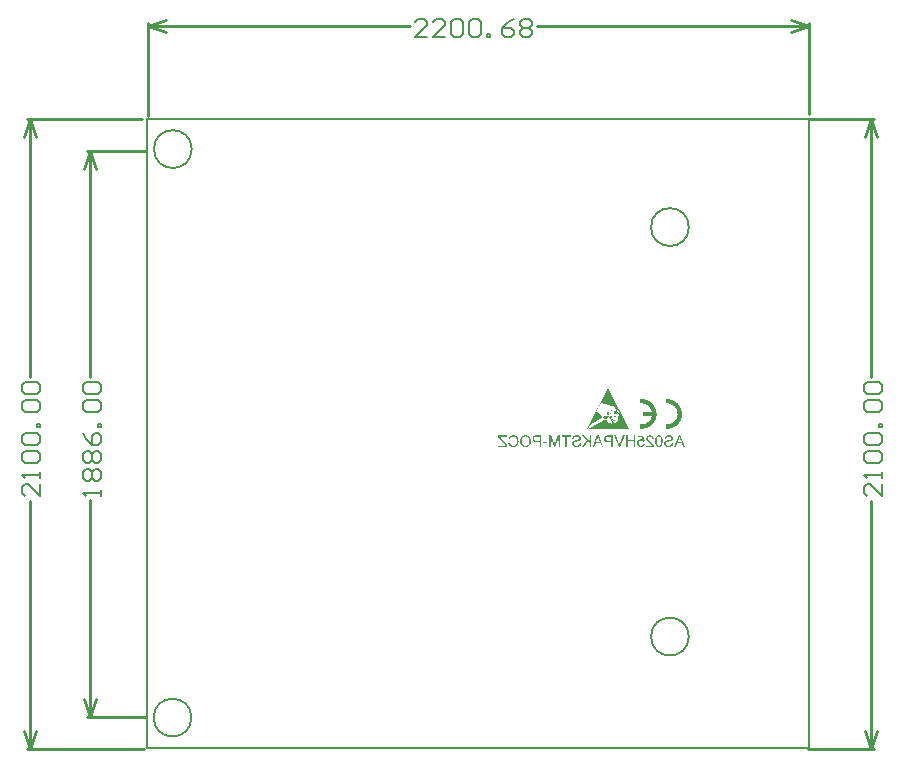
<source format=gbo>
G04*
G04 #@! TF.GenerationSoftware,Altium Limited,DefaultClient, ()*
G04*
G04 Layer_Color=32896*
%FSLAX44Y44*%
%MOMM*%
G71*
G04*
G04 #@! TF.SameCoordinates,C0C1BE24-F48D-404B-966D-32A33A0CC593*
G04*
G04*
G04 #@! TF.FilePolarity,Positive*
G04*
G01*
G75*
%ADD15C,0.2540*%
%ADD18C,0.1524*%
%ADD19C,0.1270*%
G36*
X385064Y-236685D02*
X349897D01*
X367391Y-202099D01*
X385064Y-236685D01*
D02*
G37*
G36*
X403245Y-242013D02*
X403483Y-242027D01*
X403929Y-242117D01*
X404122Y-242161D01*
X404315Y-242220D01*
X404478Y-242295D01*
X404627Y-242354D01*
X404761Y-242428D01*
X404880Y-242488D01*
X404984Y-242562D01*
X405073Y-242607D01*
X405132Y-242651D01*
X405177Y-242696D01*
X405207Y-242711D01*
X405221Y-242726D01*
X405370Y-242874D01*
X405489Y-243023D01*
X405712Y-243365D01*
X405875Y-243706D01*
X405994Y-244048D01*
X406083Y-244345D01*
X406098Y-244479D01*
X406128Y-244598D01*
X406143Y-244687D01*
X406158Y-244761D01*
Y-244806D01*
Y-244821D01*
X404924Y-244955D01*
X404894Y-244628D01*
X404835Y-244345D01*
X404761Y-244108D01*
X404657Y-243900D01*
X404568Y-243736D01*
X404478Y-243617D01*
X404419Y-243558D01*
X404404Y-243528D01*
X404196Y-243350D01*
X403973Y-243216D01*
X403736Y-243127D01*
X403513Y-243053D01*
X403320Y-243023D01*
X403171Y-243008D01*
X403111Y-242993D01*
X403022D01*
X402725Y-243008D01*
X402458Y-243067D01*
X402235Y-243142D01*
X402042Y-243231D01*
X401893Y-243335D01*
X401774Y-243409D01*
X401715Y-243469D01*
X401685Y-243484D01*
X401507Y-243677D01*
X401388Y-243885D01*
X401299Y-244078D01*
X401224Y-244271D01*
X401195Y-244435D01*
X401180Y-244568D01*
X401165Y-244657D01*
Y-244672D01*
Y-244687D01*
X401195Y-244940D01*
X401254Y-245207D01*
X401343Y-245445D01*
X401447Y-245668D01*
X401551Y-245861D01*
X401640Y-246010D01*
X401670Y-246069D01*
X401700Y-246114D01*
X401730Y-246128D01*
Y-246143D01*
X401848Y-246292D01*
X401982Y-246455D01*
X402131Y-246619D01*
X402309Y-246782D01*
X402666Y-247124D01*
X403022Y-247466D01*
X403349Y-247748D01*
X403498Y-247882D01*
X403632Y-247986D01*
X403736Y-248090D01*
X403810Y-248149D01*
X403869Y-248194D01*
X403884Y-248209D01*
X404241Y-248521D01*
X404568Y-248803D01*
X404835Y-249056D01*
X405058Y-249264D01*
X405236Y-249442D01*
X405355Y-249576D01*
X405429Y-249665D01*
X405459Y-249680D01*
Y-249695D01*
X405652Y-249932D01*
X405801Y-250155D01*
X405950Y-250378D01*
X406054Y-250571D01*
X406143Y-250750D01*
X406202Y-250868D01*
X406232Y-250958D01*
X406247Y-250972D01*
Y-250987D01*
X406291Y-251136D01*
X406336Y-251285D01*
X406351Y-251418D01*
X406366Y-251537D01*
X406380Y-251641D01*
Y-251730D01*
Y-251790D01*
Y-251805D01*
X399917D01*
Y-250660D01*
X404716D01*
X404553Y-250423D01*
X404389Y-250229D01*
X404315Y-250140D01*
X404256Y-250081D01*
X404226Y-250036D01*
X404211Y-250021D01*
X404137Y-249947D01*
X404062Y-249873D01*
X403869Y-249695D01*
X403632Y-249487D01*
X403409Y-249279D01*
X403186Y-249085D01*
X403007Y-248937D01*
X402933Y-248877D01*
X402874Y-248833D01*
X402844Y-248803D01*
X402829Y-248788D01*
X402591Y-248580D01*
X402383Y-248402D01*
X402175Y-248223D01*
X401997Y-248060D01*
X401834Y-247897D01*
X401685Y-247763D01*
X401536Y-247629D01*
X401418Y-247510D01*
X401314Y-247406D01*
X401224Y-247317D01*
X401091Y-247183D01*
X401016Y-247094D01*
X400987Y-247064D01*
X400793Y-246827D01*
X400615Y-246619D01*
X400481Y-246411D01*
X400377Y-246232D01*
X400288Y-246084D01*
X400229Y-245980D01*
X400199Y-245905D01*
X400184Y-245876D01*
X400095Y-245668D01*
X400036Y-245460D01*
X399991Y-245267D01*
X399961Y-245088D01*
X399947Y-244940D01*
X399932Y-244821D01*
Y-244746D01*
Y-244717D01*
X399947Y-244509D01*
X399961Y-244301D01*
X400065Y-243929D01*
X400199Y-243602D01*
X400348Y-243320D01*
X400496Y-243097D01*
X400571Y-243008D01*
X400630Y-242919D01*
X400689Y-242859D01*
X400734Y-242815D01*
X400749Y-242800D01*
X400764Y-242785D01*
X400927Y-242651D01*
X401091Y-242518D01*
X401269Y-242414D01*
X401462Y-242325D01*
X401834Y-242191D01*
X402190Y-242102D01*
X402354Y-242057D01*
X402502Y-242042D01*
X402636Y-242027D01*
X402755Y-242013D01*
X402859Y-241998D01*
X402993D01*
X403245Y-242013D01*
D02*
G37*
G36*
X398431Y-247198D02*
X397302Y-247362D01*
X397198Y-247213D01*
X397079Y-247079D01*
X396960Y-246961D01*
X396856Y-246856D01*
X396752Y-246782D01*
X396663Y-246723D01*
X396603Y-246693D01*
X396588Y-246678D01*
X396410Y-246589D01*
X396232Y-246515D01*
X396053Y-246470D01*
X395890Y-246426D01*
X395741Y-246411D01*
X395637Y-246396D01*
X395533D01*
X395206Y-246426D01*
X394909Y-246485D01*
X394642Y-246589D01*
X394434Y-246693D01*
X394255Y-246797D01*
X394137Y-246901D01*
X394062Y-246961D01*
X394033Y-246990D01*
X393839Y-247228D01*
X393691Y-247495D01*
X393587Y-247763D01*
X393527Y-248015D01*
X393483Y-248253D01*
X393468Y-248357D01*
Y-248446D01*
X393453Y-248506D01*
Y-248565D01*
Y-248595D01*
Y-248610D01*
X393483Y-248996D01*
X393542Y-249338D01*
X393646Y-249635D01*
X393750Y-249888D01*
X393854Y-250081D01*
X393958Y-250229D01*
X394018Y-250319D01*
X394048Y-250333D01*
Y-250348D01*
X394166Y-250467D01*
X394285Y-250556D01*
X394523Y-250720D01*
X394776Y-250824D01*
X394998Y-250913D01*
X395206Y-250958D01*
X395370Y-250972D01*
X395429Y-250987D01*
X395518D01*
X395771Y-250972D01*
X396009Y-250913D01*
X396217Y-250839D01*
X396395Y-250764D01*
X396544Y-250675D01*
X396648Y-250616D01*
X396707Y-250556D01*
X396737Y-250541D01*
X396915Y-250348D01*
X397049Y-250126D01*
X397168Y-249903D01*
X397242Y-249680D01*
X397302Y-249472D01*
X397346Y-249308D01*
X397361Y-249249D01*
X397376Y-249204D01*
Y-249174D01*
Y-249160D01*
X398639Y-249249D01*
X398609Y-249472D01*
X398565Y-249695D01*
X398446Y-250081D01*
X398282Y-250423D01*
X398119Y-250705D01*
X398030Y-250824D01*
X397955Y-250928D01*
X397881Y-251017D01*
X397822Y-251091D01*
X397762Y-251151D01*
X397718Y-251195D01*
X397703Y-251210D01*
X397688Y-251225D01*
X397524Y-251359D01*
X397346Y-251463D01*
X397168Y-251567D01*
X396990Y-251656D01*
X396633Y-251790D01*
X396291Y-251879D01*
X396128Y-251909D01*
X395979Y-251923D01*
X395845Y-251938D01*
X395741Y-251953D01*
X395652Y-251968D01*
X395518D01*
X395221Y-251953D01*
X394939Y-251923D01*
X394686Y-251864D01*
X394434Y-251790D01*
X394211Y-251700D01*
X393988Y-251597D01*
X393795Y-251493D01*
X393631Y-251374D01*
X393468Y-251270D01*
X393334Y-251166D01*
X393215Y-251062D01*
X393126Y-250972D01*
X393052Y-250898D01*
X392993Y-250839D01*
X392963Y-250809D01*
X392948Y-250794D01*
X392814Y-250616D01*
X392695Y-250423D01*
X392591Y-250229D01*
X392502Y-250021D01*
X392368Y-249650D01*
X392264Y-249293D01*
X392235Y-249130D01*
X392220Y-248981D01*
X392205Y-248848D01*
X392190Y-248729D01*
X392175Y-248640D01*
Y-248565D01*
Y-248521D01*
Y-248506D01*
X392190Y-248253D01*
X392220Y-248001D01*
X392264Y-247778D01*
X392309Y-247555D01*
X392383Y-247362D01*
X392458Y-247169D01*
X392532Y-247005D01*
X392621Y-246842D01*
X392710Y-246708D01*
X392785Y-246589D01*
X392859Y-246485D01*
X392933Y-246396D01*
X392978Y-246322D01*
X393022Y-246277D01*
X393052Y-246247D01*
X393067Y-246232D01*
X393230Y-246069D01*
X393409Y-245935D01*
X393587Y-245816D01*
X393780Y-245712D01*
X393958Y-245623D01*
X394137Y-245564D01*
X394478Y-245445D01*
X394627Y-245415D01*
X394776Y-245385D01*
X394894Y-245371D01*
X395013Y-245356D01*
X395103Y-245341D01*
X395221D01*
X395578Y-245371D01*
X395920Y-245445D01*
X396232Y-245534D01*
X396499Y-245653D01*
X396737Y-245772D01*
X396826Y-245816D01*
X396915Y-245861D01*
X396975Y-245905D01*
X397019Y-245935D01*
X397049Y-245950D01*
X397064Y-245965D01*
X396529Y-243335D01*
X392636D01*
Y-242191D01*
X397480D01*
X398431Y-247198D01*
D02*
G37*
G36*
X390526Y-251805D02*
X389233D01*
Y-247198D01*
X384181D01*
Y-251805D01*
X382888D01*
Y-242042D01*
X384181D01*
Y-246054D01*
X389233D01*
Y-242042D01*
X390526D01*
Y-251805D01*
D02*
G37*
G36*
X353512D02*
X352219D01*
Y-248417D01*
X350630Y-246886D01*
X347152Y-251805D01*
X345444D01*
X349723Y-246010D01*
X345622Y-242042D01*
X347375D01*
X352219Y-246871D01*
Y-242042D01*
X353512D01*
Y-251805D01*
D02*
G37*
G36*
X316216Y-248877D02*
X312546D01*
Y-247674D01*
X316216D01*
Y-248877D01*
D02*
G37*
G36*
X326989Y-251805D02*
X325741D01*
Y-243498D01*
X322932Y-251805D01*
X321773D01*
X318920Y-243632D01*
Y-251805D01*
X317672D01*
Y-242042D01*
X319426D01*
X321758Y-248833D01*
X321877Y-249204D01*
X321996Y-249516D01*
X322085Y-249784D01*
X322145Y-250007D01*
X322204Y-250170D01*
X322249Y-250289D01*
X322264Y-250363D01*
X322279Y-250393D01*
X322338Y-250200D01*
X322412Y-249962D01*
X322486Y-249724D01*
X322561Y-249487D01*
X322635Y-249279D01*
X322695Y-249115D01*
X322709Y-249041D01*
X322724Y-248996D01*
X322739Y-248967D01*
Y-248952D01*
X325057Y-242042D01*
X326989D01*
Y-251805D01*
D02*
G37*
G36*
X377955D02*
X376633D01*
X372814Y-242042D01*
X374122D01*
X376767Y-249130D01*
X376870Y-249427D01*
X376974Y-249724D01*
X377064Y-249992D01*
X377138Y-250229D01*
X377197Y-250438D01*
X377242Y-250601D01*
X377257Y-250660D01*
X377272Y-250705D01*
X377286Y-250720D01*
Y-250735D01*
X377450Y-250170D01*
X377539Y-249903D01*
X377628Y-249650D01*
X377703Y-249442D01*
X377747Y-249279D01*
X377777Y-249219D01*
X377792Y-249174D01*
X377807Y-249145D01*
Y-249130D01*
X380333Y-242042D01*
X381744D01*
X377955Y-251805D01*
D02*
G37*
G36*
X287627Y-241908D02*
X288073Y-241968D01*
X288474Y-242072D01*
X288653Y-242117D01*
X288816Y-242176D01*
X288965Y-242235D01*
X289113Y-242280D01*
X289232Y-242339D01*
X289321Y-242384D01*
X289410Y-242414D01*
X289470Y-242443D01*
X289499Y-242473D01*
X289514D01*
X289886Y-242711D01*
X290228Y-242993D01*
X290510Y-243276D01*
X290733Y-243558D01*
X290926Y-243810D01*
X291000Y-243914D01*
X291060Y-244004D01*
X291104Y-244093D01*
X291134Y-244152D01*
X291164Y-244182D01*
Y-244197D01*
X291357Y-244628D01*
X291506Y-245088D01*
X291595Y-245534D01*
X291669Y-245950D01*
X291699Y-246143D01*
X291714Y-246307D01*
X291728Y-246470D01*
Y-246604D01*
X291743Y-246708D01*
Y-246782D01*
Y-246842D01*
Y-246856D01*
X291728Y-247377D01*
X291669Y-247852D01*
X291580Y-248298D01*
X291535Y-248506D01*
X291491Y-248684D01*
X291446Y-248862D01*
X291402Y-249011D01*
X291357Y-249145D01*
X291312Y-249264D01*
X291283Y-249353D01*
X291253Y-249412D01*
X291238Y-249457D01*
Y-249472D01*
X291030Y-249903D01*
X290777Y-250274D01*
X290540Y-250601D01*
X290287Y-250854D01*
X290079Y-251062D01*
X289901Y-251210D01*
X289826Y-251255D01*
X289782Y-251299D01*
X289752Y-251314D01*
X289737Y-251329D01*
X289544Y-251448D01*
X289336Y-251537D01*
X288920Y-251700D01*
X288489Y-251805D01*
X288073Y-251894D01*
X287895Y-251909D01*
X287717Y-251938D01*
X287568Y-251953D01*
X287434D01*
X287315Y-251968D01*
X287167D01*
X286884Y-251953D01*
X286617Y-251938D01*
X286127Y-251834D01*
X285904Y-251775D01*
X285681Y-251700D01*
X285488Y-251626D01*
X285309Y-251552D01*
X285146Y-251478D01*
X285012Y-251403D01*
X284893Y-251329D01*
X284789Y-251270D01*
X284700Y-251210D01*
X284641Y-251166D01*
X284611Y-251151D01*
X284596Y-251136D01*
X284403Y-250972D01*
X284225Y-250794D01*
X283927Y-250408D01*
X283660Y-250007D01*
X283467Y-249605D01*
X283378Y-249427D01*
X283318Y-249264D01*
X283259Y-249100D01*
X283199Y-248981D01*
X283170Y-248862D01*
X283140Y-248788D01*
X283125Y-248729D01*
Y-248714D01*
X284418Y-248387D01*
X284537Y-248818D01*
X284685Y-249204D01*
X284863Y-249516D01*
X285027Y-249784D01*
X285190Y-249977D01*
X285324Y-250126D01*
X285413Y-250215D01*
X285428Y-250229D01*
X285443Y-250244D01*
X285740Y-250452D01*
X286037Y-250601D01*
X286349Y-250720D01*
X286632Y-250794D01*
X286884Y-250839D01*
X287003Y-250854D01*
X287092D01*
X287167Y-250868D01*
X287271D01*
X287598Y-250854D01*
X287910Y-250794D01*
X288192Y-250720D01*
X288430Y-250646D01*
X288638Y-250556D01*
X288801Y-250497D01*
X288861Y-250467D01*
X288905Y-250438D01*
X288920Y-250423D01*
X288935D01*
X289202Y-250229D01*
X289425Y-250007D01*
X289618Y-249784D01*
X289782Y-249546D01*
X289901Y-249353D01*
X289975Y-249174D01*
X290005Y-249115D01*
X290035Y-249070D01*
X290049Y-249041D01*
Y-249026D01*
X290168Y-248669D01*
X290257Y-248298D01*
X290317Y-247926D01*
X290361Y-247585D01*
X290376Y-247436D01*
X290391Y-247302D01*
Y-247169D01*
X290406Y-247064D01*
Y-246975D01*
Y-246916D01*
Y-246871D01*
Y-246856D01*
X290391Y-246500D01*
X290361Y-246158D01*
X290317Y-245846D01*
X290257Y-245564D01*
X290198Y-245326D01*
X290183Y-245222D01*
X290153Y-245148D01*
X290138Y-245073D01*
X290124Y-245029D01*
X290109Y-244999D01*
Y-244984D01*
X289975Y-244657D01*
X289812Y-244360D01*
X289633Y-244122D01*
X289470Y-243914D01*
X289306Y-243751D01*
X289173Y-243632D01*
X289083Y-243558D01*
X289069Y-243528D01*
X289054D01*
X288757Y-243350D01*
X288445Y-243216D01*
X288132Y-243112D01*
X287835Y-243053D01*
X287568Y-243008D01*
X287464Y-242993D01*
X287360D01*
X287286Y-242978D01*
X287181D01*
X286825Y-242993D01*
X286513Y-243053D01*
X286231Y-243127D01*
X286008Y-243216D01*
X285814Y-243320D01*
X285681Y-243394D01*
X285592Y-243454D01*
X285562Y-243469D01*
X285324Y-243677D01*
X285131Y-243914D01*
X284953Y-244182D01*
X284819Y-244435D01*
X284715Y-244657D01*
X284670Y-244761D01*
X284626Y-244851D01*
X284596Y-244925D01*
X284581Y-244984D01*
X284566Y-245014D01*
Y-245029D01*
X283288Y-244732D01*
X283467Y-244256D01*
X283571Y-244033D01*
X283675Y-243840D01*
X283794Y-243647D01*
X283913Y-243469D01*
X284017Y-243320D01*
X284135Y-243172D01*
X284240Y-243053D01*
X284343Y-242949D01*
X284447Y-242845D01*
X284522Y-242770D01*
X284596Y-242711D01*
X284641Y-242666D01*
X284670Y-242651D01*
X284685Y-242637D01*
X284878Y-242503D01*
X285072Y-242384D01*
X285280Y-242280D01*
X285488Y-242191D01*
X285904Y-242057D01*
X286290Y-241968D01*
X286468Y-241938D01*
X286632Y-241923D01*
X286780Y-241908D01*
X286899Y-241894D01*
X287003Y-241879D01*
X287152D01*
X287627Y-241908D01*
D02*
G37*
G36*
X432562Y-251805D02*
X431195D01*
X430140Y-248848D01*
X426039D01*
X424910Y-251805D01*
X423453D01*
X427421Y-242042D01*
X428832D01*
X432562Y-251805D01*
D02*
G37*
G36*
X371640D02*
X370347D01*
Y-247822D01*
X367851D01*
X367480Y-247808D01*
X367138Y-247793D01*
X366826Y-247748D01*
X366529Y-247689D01*
X366276Y-247629D01*
X366038Y-247555D01*
X365830Y-247481D01*
X365652Y-247391D01*
X365489Y-247317D01*
X365355Y-247243D01*
X365251Y-247169D01*
X365147Y-247109D01*
X365087Y-247050D01*
X365043Y-247005D01*
X365013Y-246990D01*
X364998Y-246975D01*
X364850Y-246812D01*
X364731Y-246634D01*
X364627Y-246455D01*
X364538Y-246277D01*
X364389Y-245935D01*
X364300Y-245593D01*
X364255Y-245445D01*
X364240Y-245311D01*
X364226Y-245177D01*
X364211Y-245073D01*
X364196Y-244984D01*
Y-244925D01*
Y-244880D01*
Y-244865D01*
X364211Y-244598D01*
X364240Y-244345D01*
X364285Y-244122D01*
X364344Y-243929D01*
X364404Y-243766D01*
X364448Y-243647D01*
X364478Y-243573D01*
X364493Y-243543D01*
X364612Y-243320D01*
X364745Y-243142D01*
X364879Y-242978D01*
X364998Y-242845D01*
X365102Y-242741D01*
X365191Y-242666D01*
X365266Y-242622D01*
X365280Y-242607D01*
X365474Y-242488D01*
X365682Y-242384D01*
X365875Y-242310D01*
X366068Y-242250D01*
X366231Y-242206D01*
X366365Y-242176D01*
X366454Y-242146D01*
X366484D01*
X366692Y-242117D01*
X366930Y-242087D01*
X367182Y-242072D01*
X367420Y-242057D01*
X367643Y-242042D01*
X371640D01*
Y-251805D01*
D02*
G37*
G36*
X363616D02*
X362249D01*
X361194Y-248848D01*
X357093D01*
X355964Y-251805D01*
X354508D01*
X358475Y-242042D01*
X359887D01*
X363616Y-251805D01*
D02*
G37*
G36*
X335993Y-243186D02*
X332784D01*
Y-251805D01*
X331491D01*
Y-243186D01*
X328282D01*
Y-242042D01*
X335993D01*
Y-243186D01*
D02*
G37*
G36*
X311060Y-251805D02*
X309767D01*
Y-247822D01*
X307271D01*
X306899Y-247808D01*
X306558Y-247793D01*
X306246Y-247748D01*
X305949Y-247689D01*
X305696Y-247629D01*
X305458Y-247555D01*
X305250Y-247481D01*
X305072Y-247391D01*
X304908Y-247317D01*
X304775Y-247243D01*
X304671Y-247169D01*
X304567Y-247109D01*
X304507Y-247050D01*
X304463Y-247005D01*
X304433Y-246990D01*
X304418Y-246975D01*
X304269Y-246812D01*
X304151Y-246634D01*
X304046Y-246455D01*
X303957Y-246277D01*
X303809Y-245935D01*
X303720Y-245593D01*
X303675Y-245445D01*
X303660Y-245311D01*
X303645Y-245177D01*
X303631Y-245073D01*
X303616Y-244984D01*
Y-244925D01*
Y-244880D01*
Y-244865D01*
X303631Y-244598D01*
X303660Y-244345D01*
X303705Y-244122D01*
X303764Y-243929D01*
X303824Y-243766D01*
X303868Y-243647D01*
X303898Y-243573D01*
X303913Y-243543D01*
X304032Y-243320D01*
X304165Y-243142D01*
X304299Y-242978D01*
X304418Y-242845D01*
X304522Y-242741D01*
X304611Y-242666D01*
X304685Y-242622D01*
X304700Y-242607D01*
X304893Y-242488D01*
X305102Y-242384D01*
X305295Y-242310D01*
X305488Y-242250D01*
X305651Y-242206D01*
X305785Y-242176D01*
X305874Y-242146D01*
X305904D01*
X306112Y-242117D01*
X306350Y-242087D01*
X306602Y-242072D01*
X306840Y-242057D01*
X307063Y-242042D01*
X311060D01*
Y-251805D01*
D02*
G37*
G36*
X281758Y-243186D02*
X276320D01*
X276498Y-243379D01*
X276691Y-243587D01*
X276854Y-243781D01*
X277018Y-243959D01*
X277152Y-244122D01*
X277256Y-244241D01*
X277315Y-244331D01*
X277345Y-244345D01*
Y-244360D01*
X282323Y-250616D01*
Y-251805D01*
X274611D01*
Y-250660D01*
X280852D01*
X280257Y-249962D01*
X274774Y-243186D01*
Y-242042D01*
X281758D01*
Y-243186D01*
D02*
G37*
G36*
X419397Y-241894D02*
X419739Y-241938D01*
X420036Y-241983D01*
X420303Y-242042D01*
X420511Y-242117D01*
X420601Y-242146D01*
X420675Y-242161D01*
X420749Y-242191D01*
X420794Y-242206D01*
X420808Y-242220D01*
X420823D01*
X421106Y-242354D01*
X421358Y-242518D01*
X421566Y-242681D01*
X421730Y-242830D01*
X421864Y-242978D01*
X421968Y-243097D01*
X422027Y-243172D01*
X422042Y-243186D01*
Y-243201D01*
X422176Y-243439D01*
X422280Y-243692D01*
X422354Y-243914D01*
X422398Y-244137D01*
X422428Y-244316D01*
X422458Y-244449D01*
Y-244509D01*
Y-244553D01*
Y-244568D01*
Y-244583D01*
X422443Y-244821D01*
X422398Y-245059D01*
X422354Y-245267D01*
X422280Y-245445D01*
X422220Y-245593D01*
X422176Y-245697D01*
X422131Y-245772D01*
X422116Y-245802D01*
X421968Y-245995D01*
X421804Y-246173D01*
X421641Y-246322D01*
X421462Y-246455D01*
X421314Y-246559D01*
X421195Y-246634D01*
X421106Y-246693D01*
X421091Y-246708D01*
X421076D01*
X420972Y-246767D01*
X420838Y-246812D01*
X420556Y-246916D01*
X420244Y-247020D01*
X419932Y-247124D01*
X419650Y-247198D01*
X419531Y-247228D01*
X419427Y-247258D01*
X419338Y-247287D01*
X419263Y-247302D01*
X419219Y-247317D01*
X419204D01*
X418966Y-247377D01*
X418743Y-247436D01*
X418535Y-247481D01*
X418357Y-247525D01*
X418208Y-247570D01*
X418060Y-247614D01*
X417941Y-247644D01*
X417822Y-247674D01*
X417733Y-247703D01*
X417658Y-247733D01*
X417540Y-247763D01*
X417480Y-247778D01*
X417465Y-247793D01*
X417257Y-247882D01*
X417064Y-247986D01*
X416916Y-248075D01*
X416797Y-248164D01*
X416707Y-248253D01*
X416633Y-248313D01*
X416603Y-248357D01*
X416589Y-248372D01*
X416499Y-248506D01*
X416440Y-248640D01*
X416381Y-248773D01*
X416351Y-248907D01*
X416336Y-249011D01*
X416321Y-249100D01*
Y-249160D01*
Y-249174D01*
X416336Y-249338D01*
X416366Y-249487D01*
X416410Y-249635D01*
X416455Y-249754D01*
X416514Y-249858D01*
X416559Y-249932D01*
X416589Y-249992D01*
X416603Y-250007D01*
X416722Y-250140D01*
X416856Y-250259D01*
X416990Y-250363D01*
X417138Y-250452D01*
X417257Y-250527D01*
X417361Y-250571D01*
X417421Y-250601D01*
X417450Y-250616D01*
X417673Y-250690D01*
X417896Y-250735D01*
X418104Y-250779D01*
X418312Y-250794D01*
X418476Y-250809D01*
X418624Y-250824D01*
X418743D01*
X419040Y-250809D01*
X419323Y-250779D01*
X419590Y-250735D01*
X419798Y-250675D01*
X419991Y-250631D01*
X420125Y-250586D01*
X420214Y-250556D01*
X420229Y-250541D01*
X420244D01*
X420467Y-250423D01*
X420675Y-250304D01*
X420838Y-250170D01*
X420972Y-250051D01*
X421091Y-249947D01*
X421165Y-249858D01*
X421210Y-249799D01*
X421225Y-249784D01*
X421329Y-249591D01*
X421418Y-249397D01*
X421477Y-249189D01*
X421537Y-248996D01*
X421566Y-248818D01*
X421596Y-248684D01*
X421611Y-248595D01*
Y-248580D01*
Y-248565D01*
X422829Y-248669D01*
X422800Y-249026D01*
X422740Y-249353D01*
X422651Y-249665D01*
X422562Y-249918D01*
X422473Y-250140D01*
X422428Y-250229D01*
X422384Y-250304D01*
X422354Y-250363D01*
X422324Y-250408D01*
X422309Y-250423D01*
Y-250438D01*
X422101Y-250705D01*
X421864Y-250943D01*
X421641Y-251136D01*
X421403Y-251299D01*
X421210Y-251433D01*
X421046Y-251522D01*
X420987Y-251552D01*
X420942Y-251582D01*
X420913Y-251597D01*
X420898D01*
X420541Y-251715D01*
X420170Y-251805D01*
X419798Y-251879D01*
X419456Y-251923D01*
X419293Y-251938D01*
X419144Y-251953D01*
X419011D01*
X418907Y-251968D01*
X418684D01*
X418297Y-251953D01*
X417956Y-251909D01*
X417629Y-251849D01*
X417361Y-251775D01*
X417123Y-251715D01*
X417034Y-251686D01*
X416960Y-251656D01*
X416901Y-251626D01*
X416856Y-251611D01*
X416826Y-251597D01*
X416811D01*
X416514Y-251433D01*
X416247Y-251270D01*
X416024Y-251091D01*
X415846Y-250913D01*
X415697Y-250764D01*
X415608Y-250646D01*
X415534Y-250556D01*
X415519Y-250527D01*
X415370Y-250274D01*
X415266Y-250007D01*
X415177Y-249754D01*
X415132Y-249531D01*
X415103Y-249338D01*
X415073Y-249189D01*
Y-249130D01*
Y-249085D01*
Y-249070D01*
Y-249056D01*
X415088Y-248773D01*
X415132Y-248506D01*
X415207Y-248268D01*
X415281Y-248075D01*
X415355Y-247897D01*
X415430Y-247778D01*
X415474Y-247703D01*
X415489Y-247674D01*
X415653Y-247466D01*
X415846Y-247273D01*
X416054Y-247094D01*
X416262Y-246946D01*
X416455Y-246842D01*
X416603Y-246752D01*
X416663Y-246723D01*
X416693Y-246693D01*
X416722Y-246678D01*
X416737D01*
X416856Y-246634D01*
X417005Y-246574D01*
X417153Y-246515D01*
X417332Y-246470D01*
X417688Y-246366D01*
X418045Y-246262D01*
X418372Y-246188D01*
X418520Y-246143D01*
X418654Y-246114D01*
X418758Y-246084D01*
X418832Y-246069D01*
X418892Y-246054D01*
X418907D01*
X419189Y-245980D01*
X419441Y-245920D01*
X419664Y-245861D01*
X419872Y-245787D01*
X420051Y-245727D01*
X420199Y-245683D01*
X420333Y-245623D01*
X420452Y-245564D01*
X420556Y-245519D01*
X420645Y-245490D01*
X420704Y-245445D01*
X420749Y-245415D01*
X420823Y-245371D01*
X420838Y-245356D01*
X420957Y-245222D01*
X421046Y-245088D01*
X421121Y-244940D01*
X421165Y-244806D01*
X421195Y-244687D01*
X421210Y-244583D01*
Y-244524D01*
Y-244494D01*
X421180Y-244271D01*
X421121Y-244078D01*
X421046Y-243900D01*
X420942Y-243751D01*
X420853Y-243617D01*
X420764Y-243528D01*
X420704Y-243469D01*
X420690Y-243454D01*
X420586Y-243379D01*
X420467Y-243305D01*
X420199Y-243201D01*
X419917Y-243127D01*
X419635Y-243082D01*
X419382Y-243038D01*
X419263D01*
X419174Y-243023D01*
X418981D01*
X418580Y-243038D01*
X418238Y-243097D01*
X417941Y-243172D01*
X417703Y-243261D01*
X417525Y-243350D01*
X417391Y-243424D01*
X417317Y-243484D01*
X417287Y-243498D01*
X417094Y-243692D01*
X416930Y-243914D01*
X416811Y-244137D01*
X416722Y-244360D01*
X416663Y-244568D01*
X416633Y-244732D01*
X416618Y-244791D01*
X416603Y-244836D01*
Y-244865D01*
Y-244880D01*
X415370Y-244791D01*
X415400Y-244479D01*
X415459Y-244197D01*
X415548Y-243929D01*
X415638Y-243706D01*
X415712Y-243528D01*
X415786Y-243379D01*
X415846Y-243290D01*
X415860Y-243261D01*
X416039Y-243023D01*
X416247Y-242815D01*
X416455Y-242637D01*
X416663Y-242488D01*
X416856Y-242384D01*
X417005Y-242295D01*
X417064Y-242265D01*
X417109Y-242250D01*
X417123Y-242235D01*
X417138D01*
X417450Y-242117D01*
X417777Y-242027D01*
X418104Y-241968D01*
X418401Y-241923D01*
X418654Y-241894D01*
X418758D01*
X418862Y-241879D01*
X419040D01*
X419397Y-241894D01*
D02*
G37*
G36*
X411002Y-242027D02*
X411343Y-242087D01*
X411655Y-242176D01*
X411908Y-242280D01*
X412116Y-242399D01*
X412265Y-242488D01*
X412324Y-242518D01*
X412369Y-242547D01*
X412383Y-242577D01*
X412398D01*
X412651Y-242815D01*
X412859Y-243067D01*
X413037Y-243335D01*
X413186Y-243602D01*
X413305Y-243840D01*
X413349Y-243944D01*
X413379Y-244033D01*
X413409Y-244108D01*
X413438Y-244167D01*
X413453Y-244197D01*
Y-244212D01*
X413513Y-244420D01*
X413572Y-244628D01*
X413647Y-245088D01*
X413706Y-245549D01*
X413750Y-245995D01*
X413765Y-246203D01*
X413780Y-246396D01*
Y-246559D01*
X413795Y-246708D01*
Y-246827D01*
Y-246916D01*
Y-246975D01*
Y-246990D01*
X413780Y-247481D01*
X413750Y-247956D01*
X413706Y-248372D01*
X413647Y-248773D01*
X413572Y-249130D01*
X413498Y-249457D01*
X413409Y-249754D01*
X413320Y-250007D01*
X413230Y-250244D01*
X413141Y-250438D01*
X413067Y-250601D01*
X412993Y-250735D01*
X412933Y-250839D01*
X412889Y-250913D01*
X412859Y-250958D01*
X412844Y-250972D01*
X412681Y-251151D01*
X412517Y-251299D01*
X412339Y-251433D01*
X412146Y-251552D01*
X411967Y-251641D01*
X411774Y-251730D01*
X411418Y-251849D01*
X411254Y-251879D01*
X411106Y-251909D01*
X410972Y-251938D01*
X410853Y-251953D01*
X410749Y-251968D01*
X410615D01*
X410229Y-251938D01*
X409887Y-251879D01*
X409590Y-251790D01*
X409323Y-251686D01*
X409129Y-251582D01*
X408966Y-251493D01*
X408921Y-251448D01*
X408877Y-251433D01*
X408862Y-251403D01*
X408847D01*
X408594Y-251166D01*
X408386Y-250898D01*
X408208Y-250631D01*
X408060Y-250363D01*
X407941Y-250126D01*
X407896Y-250036D01*
X407851Y-249947D01*
X407822Y-249873D01*
X407807Y-249813D01*
X407792Y-249784D01*
Y-249769D01*
X407733Y-249561D01*
X407673Y-249353D01*
X407584Y-248892D01*
X407525Y-248432D01*
X407480Y-247986D01*
X407465Y-247778D01*
X407450Y-247585D01*
Y-247421D01*
X407435Y-247273D01*
Y-247154D01*
Y-247064D01*
Y-247005D01*
Y-246990D01*
X407450Y-246470D01*
Y-246247D01*
X407465Y-246024D01*
X407480Y-245816D01*
X407510Y-245623D01*
X407525Y-245460D01*
X407539Y-245296D01*
X407569Y-245163D01*
X407584Y-245029D01*
X407599Y-244925D01*
X407629Y-244851D01*
X407644Y-244776D01*
Y-244732D01*
X407658Y-244702D01*
Y-244687D01*
X407747Y-244375D01*
X407851Y-244093D01*
X407956Y-243840D01*
X408045Y-243632D01*
X408134Y-243469D01*
X408208Y-243335D01*
X408253Y-243261D01*
X408268Y-243231D01*
X408416Y-243023D01*
X408580Y-242845D01*
X408743Y-242681D01*
X408892Y-242547D01*
X409040Y-242458D01*
X409144Y-242384D01*
X409218Y-242339D01*
X409248Y-242325D01*
X409471Y-242220D01*
X409709Y-242131D01*
X409947Y-242072D01*
X410155Y-242042D01*
X410333Y-242013D01*
X410481Y-241998D01*
X410615D01*
X411002Y-242027D01*
D02*
G37*
G36*
X341357Y-241894D02*
X341699Y-241938D01*
X341996Y-241983D01*
X342264Y-242042D01*
X342472Y-242117D01*
X342561Y-242146D01*
X342635Y-242161D01*
X342710Y-242191D01*
X342754Y-242206D01*
X342769Y-242220D01*
X342784D01*
X343066Y-242354D01*
X343319Y-242518D01*
X343527Y-242681D01*
X343690Y-242830D01*
X343824Y-242978D01*
X343928Y-243097D01*
X343988Y-243172D01*
X344002Y-243186D01*
Y-243201D01*
X344136Y-243439D01*
X344240Y-243692D01*
X344314Y-243914D01*
X344359Y-244137D01*
X344389Y-244316D01*
X344418Y-244449D01*
Y-244509D01*
Y-244553D01*
Y-244568D01*
Y-244583D01*
X344404Y-244821D01*
X344359Y-245059D01*
X344314Y-245267D01*
X344240Y-245445D01*
X344181Y-245593D01*
X344136Y-245697D01*
X344091Y-245772D01*
X344077Y-245802D01*
X343928Y-245995D01*
X343765Y-246173D01*
X343601Y-246322D01*
X343423Y-246455D01*
X343274Y-246559D01*
X343155Y-246634D01*
X343066Y-246693D01*
X343051Y-246708D01*
X343036D01*
X342933Y-246767D01*
X342799Y-246812D01*
X342517Y-246916D01*
X342204Y-247020D01*
X341892Y-247124D01*
X341610Y-247198D01*
X341491Y-247228D01*
X341387Y-247258D01*
X341298Y-247287D01*
X341224Y-247302D01*
X341179Y-247317D01*
X341164D01*
X340927Y-247377D01*
X340704Y-247436D01*
X340496Y-247481D01*
X340317Y-247525D01*
X340169Y-247570D01*
X340020Y-247614D01*
X339901Y-247644D01*
X339782Y-247674D01*
X339693Y-247703D01*
X339619Y-247733D01*
X339500Y-247763D01*
X339441Y-247778D01*
X339426Y-247793D01*
X339218Y-247882D01*
X339025Y-247986D01*
X338876Y-248075D01*
X338757Y-248164D01*
X338668Y-248253D01*
X338594Y-248313D01*
X338564Y-248357D01*
X338549Y-248372D01*
X338460Y-248506D01*
X338400Y-248640D01*
X338341Y-248773D01*
X338311Y-248907D01*
X338297Y-249011D01*
X338282Y-249100D01*
Y-249160D01*
Y-249174D01*
X338297Y-249338D01*
X338326Y-249487D01*
X338371Y-249635D01*
X338415Y-249754D01*
X338475Y-249858D01*
X338519Y-249932D01*
X338549Y-249992D01*
X338564Y-250007D01*
X338683Y-250140D01*
X338817Y-250259D01*
X338950Y-250363D01*
X339099Y-250452D01*
X339218Y-250527D01*
X339322Y-250571D01*
X339381Y-250601D01*
X339411Y-250616D01*
X339634Y-250690D01*
X339857Y-250735D01*
X340065Y-250779D01*
X340273Y-250794D01*
X340436Y-250809D01*
X340585Y-250824D01*
X340704D01*
X341001Y-250809D01*
X341283Y-250779D01*
X341551Y-250735D01*
X341759Y-250675D01*
X341952Y-250631D01*
X342085Y-250586D01*
X342175Y-250556D01*
X342190Y-250541D01*
X342204D01*
X342427Y-250423D01*
X342635Y-250304D01*
X342799Y-250170D01*
X342933Y-250051D01*
X343051Y-249947D01*
X343126Y-249858D01*
X343170Y-249799D01*
X343185Y-249784D01*
X343289Y-249591D01*
X343378Y-249397D01*
X343438Y-249189D01*
X343497Y-248996D01*
X343527Y-248818D01*
X343557Y-248684D01*
X343571Y-248595D01*
Y-248580D01*
Y-248565D01*
X344790Y-248669D01*
X344760Y-249026D01*
X344701Y-249353D01*
X344612Y-249665D01*
X344522Y-249918D01*
X344433Y-250140D01*
X344389Y-250229D01*
X344344Y-250304D01*
X344314Y-250363D01*
X344285Y-250408D01*
X344270Y-250423D01*
Y-250438D01*
X344062Y-250705D01*
X343824Y-250943D01*
X343601Y-251136D01*
X343363Y-251299D01*
X343170Y-251433D01*
X343007Y-251522D01*
X342947Y-251552D01*
X342903Y-251582D01*
X342873Y-251597D01*
X342858D01*
X342502Y-251715D01*
X342130Y-251805D01*
X341759Y-251879D01*
X341417Y-251923D01*
X341253Y-251938D01*
X341105Y-251953D01*
X340971D01*
X340867Y-251968D01*
X340644D01*
X340258Y-251953D01*
X339916Y-251909D01*
X339589Y-251849D01*
X339322Y-251775D01*
X339084Y-251715D01*
X338995Y-251686D01*
X338921Y-251656D01*
X338861Y-251626D01*
X338817Y-251611D01*
X338787Y-251597D01*
X338772D01*
X338475Y-251433D01*
X338207Y-251270D01*
X337985Y-251091D01*
X337806Y-250913D01*
X337658Y-250764D01*
X337568Y-250646D01*
X337494Y-250556D01*
X337479Y-250527D01*
X337331Y-250274D01*
X337227Y-250007D01*
X337137Y-249754D01*
X337093Y-249531D01*
X337063Y-249338D01*
X337034Y-249189D01*
Y-249130D01*
Y-249085D01*
Y-249070D01*
Y-249056D01*
X337048Y-248773D01*
X337093Y-248506D01*
X337167Y-248268D01*
X337242Y-248075D01*
X337316Y-247897D01*
X337390Y-247778D01*
X337435Y-247703D01*
X337449Y-247674D01*
X337613Y-247466D01*
X337806Y-247273D01*
X338014Y-247094D01*
X338222Y-246946D01*
X338415Y-246842D01*
X338564Y-246752D01*
X338623Y-246723D01*
X338653Y-246693D01*
X338683Y-246678D01*
X338698D01*
X338817Y-246634D01*
X338965Y-246574D01*
X339114Y-246515D01*
X339292Y-246470D01*
X339649Y-246366D01*
X340005Y-246262D01*
X340332Y-246188D01*
X340481Y-246143D01*
X340615Y-246114D01*
X340718Y-246084D01*
X340793Y-246069D01*
X340852Y-246054D01*
X340867D01*
X341149Y-245980D01*
X341402Y-245920D01*
X341625Y-245861D01*
X341833Y-245787D01*
X342011Y-245727D01*
X342160Y-245683D01*
X342294Y-245623D01*
X342412Y-245564D01*
X342517Y-245519D01*
X342606Y-245490D01*
X342665Y-245445D01*
X342710Y-245415D01*
X342784Y-245371D01*
X342799Y-245356D01*
X342918Y-245222D01*
X343007Y-245088D01*
X343081Y-244940D01*
X343126Y-244806D01*
X343155Y-244687D01*
X343170Y-244583D01*
Y-244524D01*
Y-244494D01*
X343140Y-244271D01*
X343081Y-244078D01*
X343007Y-243900D01*
X342903Y-243751D01*
X342814Y-243617D01*
X342724Y-243528D01*
X342665Y-243469D01*
X342650Y-243454D01*
X342546Y-243379D01*
X342427Y-243305D01*
X342160Y-243201D01*
X341878Y-243127D01*
X341595Y-243082D01*
X341343Y-243038D01*
X341224D01*
X341135Y-243023D01*
X340941D01*
X340540Y-243038D01*
X340199Y-243097D01*
X339901Y-243172D01*
X339664Y-243261D01*
X339485Y-243350D01*
X339352Y-243424D01*
X339277Y-243484D01*
X339248Y-243498D01*
X339054Y-243692D01*
X338891Y-243914D01*
X338772Y-244137D01*
X338683Y-244360D01*
X338623Y-244568D01*
X338594Y-244732D01*
X338579Y-244791D01*
X338564Y-244836D01*
Y-244865D01*
Y-244880D01*
X337331Y-244791D01*
X337360Y-244479D01*
X337420Y-244197D01*
X337509Y-243929D01*
X337598Y-243706D01*
X337672Y-243528D01*
X337747Y-243379D01*
X337806Y-243290D01*
X337821Y-243261D01*
X337999Y-243023D01*
X338207Y-242815D01*
X338415Y-242637D01*
X338623Y-242488D01*
X338817Y-242384D01*
X338965Y-242295D01*
X339025Y-242265D01*
X339069Y-242250D01*
X339084Y-242235D01*
X339099D01*
X339411Y-242117D01*
X339738Y-242027D01*
X340065Y-241968D01*
X340362Y-241923D01*
X340615Y-241894D01*
X340718D01*
X340822Y-241879D01*
X341001D01*
X341357Y-241894D01*
D02*
G37*
G36*
X298073D02*
X298445Y-241938D01*
X298786Y-242013D01*
X299098Y-242087D01*
X299396Y-242206D01*
X299678Y-242310D01*
X299931Y-242443D01*
X300168Y-242562D01*
X300376Y-242696D01*
X300555Y-242830D01*
X300703Y-242934D01*
X300837Y-243038D01*
X300941Y-243127D01*
X301015Y-243201D01*
X301060Y-243246D01*
X301075Y-243261D01*
X301298Y-243528D01*
X301506Y-243810D01*
X301669Y-244122D01*
X301818Y-244435D01*
X301951Y-244746D01*
X302055Y-245059D01*
X302130Y-245371D01*
X302204Y-245668D01*
X302263Y-245965D01*
X302293Y-246218D01*
X302323Y-246455D01*
X302353Y-246663D01*
Y-246827D01*
X302367Y-246961D01*
Y-247035D01*
Y-247064D01*
X302338Y-247540D01*
X302278Y-247986D01*
X302189Y-248402D01*
X302145Y-248580D01*
X302085Y-248759D01*
X302041Y-248922D01*
X301996Y-249070D01*
X301951Y-249189D01*
X301907Y-249293D01*
X301862Y-249382D01*
X301847Y-249442D01*
X301818Y-249487D01*
Y-249501D01*
X301580Y-249903D01*
X301327Y-250274D01*
X301045Y-250571D01*
X300777Y-250839D01*
X300540Y-251047D01*
X300436Y-251121D01*
X300347Y-251195D01*
X300272Y-251240D01*
X300213Y-251285D01*
X300183Y-251299D01*
X300168Y-251314D01*
X299960Y-251433D01*
X299752Y-251522D01*
X299321Y-251686D01*
X298905Y-251805D01*
X298534Y-251879D01*
X298356Y-251909D01*
X298192Y-251938D01*
X298058Y-251953D01*
X297939D01*
X297835Y-251968D01*
X297702D01*
X297241Y-251938D01*
X296795Y-251879D01*
X296394Y-251775D01*
X296052Y-251671D01*
X295889Y-251611D01*
X295755Y-251567D01*
X295636Y-251507D01*
X295532Y-251463D01*
X295443Y-251433D01*
X295384Y-251403D01*
X295354Y-251374D01*
X295339D01*
X294953Y-251121D01*
X294611Y-250839D01*
X294314Y-250541D01*
X294076Y-250259D01*
X293898Y-250007D01*
X293824Y-249888D01*
X293749Y-249799D01*
X293705Y-249709D01*
X293675Y-249650D01*
X293645Y-249620D01*
Y-249605D01*
X293437Y-249160D01*
X293289Y-248699D01*
X293185Y-248253D01*
X293110Y-247837D01*
X293081Y-247644D01*
X293066Y-247481D01*
X293051Y-247332D01*
Y-247198D01*
X293036Y-247094D01*
Y-247005D01*
Y-246961D01*
Y-246946D01*
X293066Y-246411D01*
X293125Y-245920D01*
X293214Y-245475D01*
X293274Y-245281D01*
X293318Y-245088D01*
X293378Y-244925D01*
X293437Y-244776D01*
X293482Y-244643D01*
X293526Y-244538D01*
X293556Y-244449D01*
X293586Y-244390D01*
X293615Y-244345D01*
Y-244331D01*
X293853Y-243914D01*
X294106Y-243558D01*
X294388Y-243246D01*
X294656Y-242993D01*
X294893Y-242800D01*
X294997Y-242711D01*
X295086Y-242651D01*
X295161Y-242592D01*
X295220Y-242562D01*
X295250Y-242533D01*
X295265D01*
X295473Y-242414D01*
X295681Y-242310D01*
X296097Y-242161D01*
X296513Y-242042D01*
X296884Y-241953D01*
X297063Y-241938D01*
X297211Y-241908D01*
X297360Y-241894D01*
X297479D01*
X297568Y-241879D01*
X297702D01*
X298073Y-241894D01*
D02*
G37*
G36*
X418489Y-211170D02*
X419382Y-211304D01*
X420274Y-211482D01*
X421122Y-211706D01*
X421926Y-211973D01*
X422640Y-212330D01*
X423354Y-212643D01*
X423978Y-213000D01*
X424514Y-213357D01*
X425005Y-213669D01*
X425451Y-213982D01*
X425808Y-214294D01*
X426120Y-214517D01*
X426299Y-214696D01*
X426433Y-214830D01*
X426478Y-214874D01*
X427147Y-215588D01*
X427682Y-216302D01*
X428173Y-217061D01*
X428620Y-217820D01*
X428977Y-218578D01*
X429289Y-219337D01*
X429512Y-220051D01*
X429735Y-220720D01*
X429869Y-221345D01*
X430003Y-221970D01*
X430048Y-222461D01*
X430137Y-222907D01*
Y-223309D01*
X430182Y-223577D01*
Y-223755D01*
Y-223800D01*
X430137Y-224781D01*
X430003Y-225674D01*
X429825Y-226567D01*
X429602Y-227415D01*
X429334Y-228218D01*
X429021Y-228932D01*
X428664Y-229646D01*
X428307Y-230271D01*
X427995Y-230806D01*
X427638Y-231297D01*
X427325Y-231744D01*
X427058Y-232101D01*
X426834Y-232413D01*
X426656Y-232591D01*
X426522Y-232725D01*
X426478Y-232770D01*
X425764Y-233439D01*
X425049Y-233975D01*
X424291Y-234466D01*
X423532Y-234912D01*
X422773Y-235269D01*
X422015Y-235581D01*
X421301Y-235805D01*
X420587Y-236028D01*
X419962Y-236162D01*
X419382Y-236296D01*
X418846Y-236340D01*
X418400Y-236429D01*
X417998D01*
X417730Y-236474D01*
X417061D01*
X416615Y-236429D01*
X416213D01*
Y-232591D01*
X416659Y-232636D01*
X417061Y-232681D01*
X417507D01*
X418177Y-232636D01*
X418846Y-232547D01*
X419426Y-232458D01*
X420051Y-232279D01*
X421122Y-231877D01*
X422015Y-231386D01*
X422416Y-231163D01*
X422773Y-230896D01*
X423086Y-230672D01*
X423309Y-230494D01*
X423532Y-230315D01*
X423666Y-230182D01*
X423755Y-230137D01*
X423800Y-230092D01*
X424246Y-229601D01*
X424648Y-229066D01*
X425005Y-228530D01*
X425273Y-227995D01*
X425540Y-227504D01*
X425764Y-226968D01*
X426076Y-225986D01*
X426254Y-225094D01*
X426299Y-224737D01*
X426344Y-224424D01*
X426388Y-224157D01*
Y-223978D01*
Y-223844D01*
Y-223800D01*
X426344Y-223130D01*
X426254Y-222461D01*
X426165Y-221881D01*
X425987Y-221256D01*
X425585Y-220229D01*
X425094Y-219292D01*
X424871Y-218891D01*
X424603Y-218578D01*
X424380Y-218266D01*
X424202Y-217998D01*
X424023Y-217820D01*
X423889Y-217686D01*
X423844Y-217596D01*
X423800Y-217552D01*
X423309Y-217106D01*
X422773Y-216659D01*
X422238Y-216347D01*
X421702Y-216035D01*
X421167Y-215767D01*
X420631Y-215544D01*
X419650Y-215231D01*
X418801Y-215053D01*
X418445Y-215008D01*
X418132Y-214963D01*
X417864Y-214919D01*
X417061D01*
X416615Y-214963D01*
X416436D01*
X416347Y-215008D01*
X416213D01*
X416258Y-211215D01*
X416659Y-211170D01*
X417061Y-211125D01*
X417507D01*
X418489Y-211170D01*
D02*
G37*
G36*
X396934D02*
X397826Y-211304D01*
X398719Y-211482D01*
X399567Y-211706D01*
X400370Y-211973D01*
X401084Y-212330D01*
X401798Y-212643D01*
X402423Y-213000D01*
X402959Y-213357D01*
X403450Y-213669D01*
X403896Y-213982D01*
X404253Y-214294D01*
X404565Y-214517D01*
X404744Y-214696D01*
X404878Y-214830D01*
X404922Y-214874D01*
X405592Y-215588D01*
X406127Y-216302D01*
X406618Y-217061D01*
X407064Y-217820D01*
X407421Y-218578D01*
X407734Y-219337D01*
X407957Y-220051D01*
X408180Y-220720D01*
X408314Y-221345D01*
X408448Y-221970D01*
X408493Y-222461D01*
X408582Y-222907D01*
Y-223309D01*
X408626Y-223577D01*
Y-223755D01*
Y-223800D01*
X408582Y-224781D01*
X408448Y-225674D01*
X408269Y-226567D01*
X408046Y-227415D01*
X407779Y-228218D01*
X407466Y-228932D01*
X407109Y-229646D01*
X406752Y-230271D01*
X406440Y-230806D01*
X406083Y-231297D01*
X405770Y-231744D01*
X405502Y-232101D01*
X405279Y-232413D01*
X405101Y-232591D01*
X404967Y-232725D01*
X404922Y-232770D01*
X404208Y-233439D01*
X403494Y-233975D01*
X402735Y-234466D01*
X401977Y-234912D01*
X401218Y-235269D01*
X400460Y-235581D01*
X399745Y-235805D01*
X399031Y-236028D01*
X398407Y-236162D01*
X397826Y-236296D01*
X397291Y-236340D01*
X396845Y-236429D01*
X396443D01*
X396175Y-236474D01*
X395506D01*
X395104Y-236429D01*
X394702D01*
Y-232591D01*
X395149Y-232636D01*
X395550Y-232681D01*
X395952D01*
X396532Y-232636D01*
X397068Y-232591D01*
X398139Y-232368D01*
X399076Y-232056D01*
X399924Y-231699D01*
X400593Y-231342D01*
X400861Y-231163D01*
X401084Y-231029D01*
X401263Y-230896D01*
X401397Y-230806D01*
X401486Y-230717D01*
X401531D01*
X402334Y-229958D01*
X403048Y-229110D01*
X403583Y-228263D01*
X403985Y-227459D01*
X404253Y-226790D01*
X404387Y-226477D01*
X404476Y-226210D01*
X404521Y-226031D01*
X404565Y-225853D01*
X404610Y-225763D01*
Y-225719D01*
X397202D01*
Y-221925D01*
X404610D01*
X404297Y-220810D01*
X403851Y-219828D01*
X403360Y-218980D01*
X402825Y-218266D01*
X402334Y-217686D01*
X401932Y-217239D01*
X401754Y-217061D01*
X401620Y-216972D01*
X401575Y-216882D01*
X401531D01*
X401084Y-216525D01*
X400593Y-216213D01*
X399612Y-215767D01*
X398674Y-215410D01*
X397826Y-215142D01*
X397068Y-215008D01*
X396755Y-214963D01*
X396488D01*
X396264Y-214919D01*
X395506D01*
X395104Y-214963D01*
X394792Y-215008D01*
X394702D01*
Y-211215D01*
X395193Y-211170D01*
X395595Y-211125D01*
X395952D01*
X396934Y-211170D01*
D02*
G37*
%LPC*%
G36*
X361545Y-214505D02*
X361456D01*
X357707Y-221869D01*
X357752D01*
X357886Y-221958D01*
X358064Y-222003D01*
X358243Y-222092D01*
X358466Y-222181D01*
X358644Y-222226D01*
X358778Y-222315D01*
X358823D01*
X359225Y-222494D01*
X359537Y-222761D01*
X359849Y-223029D01*
X360072Y-223342D01*
X360251Y-223609D01*
X360385Y-223788D01*
X360429Y-223966D01*
X360474Y-224011D01*
X360697Y-224413D01*
X361054Y-224814D01*
X361411Y-225216D01*
X361813Y-225528D01*
X362170Y-225841D01*
X362482Y-226064D01*
X362661Y-226242D01*
X362750Y-226287D01*
X363375Y-226733D01*
X363575Y-226883D01*
X367221Y-224970D01*
X368719Y-226836D01*
X365566Y-228480D01*
X365562Y-228474D01*
X365517Y-228429D01*
X365383Y-228295D01*
X365115Y-228072D01*
X364803Y-227804D01*
X364401Y-227492D01*
X363910Y-227135D01*
X363575Y-226883D01*
X352039Y-232937D01*
X350254Y-236462D01*
X365566Y-228480D01*
X365740Y-228697D01*
X366008Y-229009D01*
X366365Y-229366D01*
X366677Y-229768D01*
X366990Y-230125D01*
X367257Y-230437D01*
X367391Y-230661D01*
X367481Y-230750D01*
X367972Y-231330D01*
X368161Y-231541D01*
X368105Y-231642D01*
X368150Y-231687D01*
X368239Y-231821D01*
X368418Y-232044D01*
X368462Y-232089D01*
X368596Y-232222D01*
X368730Y-232401D01*
X368864Y-232535D01*
X368909D01*
X368953Y-232580D01*
X369132Y-232624D01*
X369400D01*
X369534Y-232580D01*
X369578D01*
X369310Y-232535D01*
X368998D01*
X368953Y-232490D01*
X368909Y-232446D01*
X368820Y-232312D01*
X368641Y-232089D01*
X368373Y-231776D01*
X368161Y-231541D01*
X368820Y-230348D01*
X368864Y-230304D01*
X368953Y-230259D01*
X369087Y-230214D01*
X369132D01*
X369310Y-230125D01*
X369489Y-230036D01*
X369578D01*
X369757Y-230080D01*
X369891Y-230214D01*
X369935Y-230393D01*
X369980Y-230437D01*
X370024Y-230527D01*
X370069Y-230661D01*
X370114Y-230839D01*
Y-230884D01*
X370158Y-231107D01*
Y-231196D01*
Y-231241D01*
Y-231285D01*
X370203Y-231375D01*
X370248Y-231464D01*
Y-231509D01*
X370292Y-231687D01*
Y-231776D01*
Y-231866D01*
Y-232044D01*
Y-232178D01*
Y-232267D01*
X370203Y-232401D01*
X370069Y-232446D01*
X369891Y-232535D01*
X369846D01*
X369712Y-232580D01*
X369891D01*
X370114Y-232535D01*
X370426Y-232401D01*
X370649Y-232267D01*
X370738Y-232178D01*
X370872Y-231955D01*
X370917Y-231642D01*
Y-231330D01*
X370872Y-230973D01*
X370828Y-230661D01*
X370738Y-230393D01*
X370694Y-230170D01*
X370649Y-230125D01*
X370471Y-229590D01*
X370292Y-229188D01*
X370203Y-228920D01*
X370158Y-228697D01*
X370114Y-228608D01*
X370069Y-228563D01*
Y-228518D01*
X368719Y-226836D01*
X370193Y-226068D01*
X369862Y-224780D01*
X369801Y-224993D01*
X369667Y-224020D01*
X369862Y-224780D01*
X369980Y-224368D01*
X370058Y-224359D01*
X370024Y-224189D01*
X369970Y-224054D01*
X369625Y-223715D01*
X369667Y-224020D01*
X369592Y-223726D01*
X367221Y-224970D01*
X367168Y-224904D01*
Y-224859D01*
X367124Y-224770D01*
X367079Y-224591D01*
X366990Y-224413D01*
X366945Y-224234D01*
X366900Y-224056D01*
X366856Y-223966D01*
Y-223922D01*
X366722Y-223565D01*
X366677Y-223297D01*
X366633Y-223074D01*
Y-222940D01*
Y-222806D01*
Y-222761D01*
X366677Y-222717D01*
X366856Y-222583D01*
X367079Y-222494D01*
X367302Y-222449D01*
X367391D01*
X367748Y-222360D01*
X368016Y-222226D01*
X368074Y-222169D01*
X368061Y-222137D01*
Y-222092D01*
Y-221958D01*
X368150Y-221780D01*
X368329Y-221423D01*
X368507Y-221155D01*
X368552Y-221066D01*
X368596Y-221021D01*
X368775Y-220798D01*
X368953Y-220619D01*
X369087Y-220530D01*
X369221Y-220485D01*
X369444D01*
X369891Y-220709D01*
X369712Y-220664D01*
X369489Y-220619D01*
X369310D01*
X369803Y-222176D01*
X369913Y-222314D01*
X369578Y-220798D01*
X369801Y-221066D01*
X370694Y-221958D01*
X371319Y-222315D01*
X371518Y-222715D01*
X370573Y-223211D01*
X370382Y-222895D01*
X369913Y-222314D01*
X370070Y-223021D01*
X369803Y-222176D01*
X368909Y-221066D01*
X369411Y-223022D01*
X369667Y-223118D01*
X369904Y-223562D01*
X370160Y-223428D01*
X370070Y-223021D01*
X370193Y-223410D01*
X370573Y-223211D01*
X371006Y-223922D01*
X371634Y-224591D01*
X371452D01*
X370783Y-224279D01*
X370478Y-224313D01*
X370193Y-223410D01*
X370160Y-223428D01*
X370359Y-224326D01*
X370314Y-224331D01*
X370382Y-224457D01*
X370259Y-224337D01*
X370058Y-224359D01*
X370069Y-224413D01*
Y-224591D01*
Y-224680D01*
X370114Y-225037D01*
X370158Y-225350D01*
X370203Y-225573D01*
Y-225618D01*
Y-225662D01*
Y-225930D01*
Y-226063D01*
X370687Y-225810D01*
X371077Y-227574D01*
X371096Y-227537D01*
X371140Y-227447D01*
X371185Y-227358D01*
X371319Y-227135D01*
Y-227001D01*
X371317Y-226965D01*
X370914Y-225692D01*
X371432Y-225422D01*
X371274Y-225930D01*
X371317Y-226965D01*
X371982Y-229068D01*
X371988Y-229054D01*
X372033Y-228965D01*
X372211Y-228697D01*
X372345Y-228429D01*
X372434Y-228251D01*
X372479Y-228206D01*
X372613Y-227983D01*
X372658Y-227849D01*
X372702Y-227804D01*
Y-226198D01*
X373104Y-225171D01*
X373179Y-224757D01*
X372952Y-224629D01*
X371432Y-225422D01*
X371676Y-224636D01*
X371634Y-224591D01*
X371810D01*
X372167Y-224189D01*
X372952Y-224629D01*
X373081Y-224562D01*
X371720Y-223118D01*
X371518Y-222715D01*
X372104Y-222407D01*
X372122Y-222449D01*
X372479Y-223074D01*
X372658Y-223297D01*
X372791Y-223520D01*
X372925Y-223654D01*
X372970Y-223699D01*
X373282Y-224056D01*
X373505Y-224323D01*
X373517Y-224335D01*
X373081Y-224562D01*
X373193Y-224680D01*
X373179Y-224757D01*
X373282Y-224814D01*
X373372Y-224457D01*
X373907Y-224770D01*
X373952Y-224814D01*
X373996Y-224859D01*
Y-224948D01*
X373952Y-225171D01*
Y-225484D01*
X373907Y-225796D01*
Y-226153D01*
X373862Y-226466D01*
Y-226689D01*
Y-226733D01*
Y-226778D01*
X373818Y-227403D01*
Y-227894D01*
Y-228251D01*
Y-228518D01*
Y-228652D01*
X373862Y-228786D01*
Y-228831D01*
X373728Y-228965D01*
X373639Y-229099D01*
X373372Y-229500D01*
X373282Y-229679D01*
X373193Y-229857D01*
X373148Y-229946D01*
Y-229991D01*
X373014Y-230304D01*
X372881Y-230571D01*
X372791Y-230750D01*
X372702Y-230884D01*
X372613Y-231018D01*
X372599D01*
X372613Y-231062D01*
Y-231018D01*
X372658D01*
Y-230973D01*
X372702Y-231107D01*
Y-231152D01*
X372747Y-231241D01*
X372791Y-231330D01*
X372881Y-231419D01*
X372925Y-231464D01*
X373104Y-231598D01*
X373238Y-231642D01*
X373282D01*
Y-231598D01*
X373327Y-231464D01*
X373372Y-231375D01*
Y-231330D01*
X373461Y-231107D01*
X373550Y-230973D01*
X373595Y-230884D01*
X373639Y-230839D01*
X373773Y-230705D01*
X373818Y-230661D01*
X373907Y-230616D01*
X373996Y-230527D01*
X374219Y-230750D01*
X373282Y-231642D01*
X373416D01*
X373550Y-231598D01*
X373639D01*
X373684Y-231553D01*
X373773D01*
X373952Y-231419D01*
X373996Y-231375D01*
X374041D01*
X374219Y-231241D01*
X374309Y-231196D01*
X374398Y-231107D01*
X374487Y-231018D01*
X374576Y-230973D01*
X374621Y-230928D01*
X374800Y-230795D01*
X374844Y-230750D01*
X374934Y-230571D01*
X374978Y-230482D01*
X375023D01*
X375157Y-230348D01*
X375290Y-230170D01*
X375469Y-230036D01*
X375514Y-229946D01*
X375737Y-229634D01*
X375826Y-229411D01*
X375871Y-229322D01*
Y-229277D01*
X375915Y-228965D01*
X376005Y-228563D01*
X376049Y-228117D01*
X376138Y-227670D01*
X376183Y-227269D01*
X376228Y-226912D01*
X376272Y-226689D01*
Y-226599D01*
X376362Y-225930D01*
X376406Y-225350D01*
X376451Y-224904D01*
Y-224591D01*
Y-224323D01*
X376406Y-224189D01*
Y-224100D01*
Y-224056D01*
X376362Y-223922D01*
X376272Y-223743D01*
X376183Y-223520D01*
X376094Y-223297D01*
X375987Y-223048D01*
X373557Y-224314D01*
X373416Y-224145D01*
X373104Y-223788D01*
X373059Y-223743D01*
X372970Y-223609D01*
X372791Y-223431D01*
X372613Y-223163D01*
X372256Y-222672D01*
X372122Y-222404D01*
X372120Y-222399D01*
X374948Y-220915D01*
X374934Y-220887D01*
X374844Y-220709D01*
X374755Y-220530D01*
X374710Y-220441D01*
Y-220396D01*
X374398Y-219816D01*
X374130Y-219325D01*
X373862Y-218923D01*
X373595Y-218522D01*
X373372Y-218209D01*
X373148Y-217986D01*
X372970Y-217763D01*
X372747Y-217585D01*
X372434Y-217362D01*
X372211Y-217228D01*
X372077Y-217183D01*
X371810D01*
X371542Y-217138D01*
X371185Y-217049D01*
X370828Y-216960D01*
X370471Y-216915D01*
X370203Y-216826D01*
X370024Y-216781D01*
X369935D01*
X368641Y-216469D01*
X368016Y-216335D01*
X367481Y-216201D01*
X366990Y-216067D01*
X366633Y-215978D01*
X366410Y-215889D01*
X366320D01*
X365651Y-215710D01*
X365026Y-215532D01*
X364446Y-215353D01*
X363955Y-215219D01*
X363553Y-215086D01*
X363241Y-215041D01*
X363018Y-214952D01*
X362973D01*
X362482Y-214818D01*
X362081Y-214684D01*
X361813Y-214595D01*
X361634Y-214550D01*
X361545Y-214505D01*
D02*
G37*
G36*
X368418Y-221958D02*
X368284Y-222003D01*
X368195Y-222047D01*
X368074Y-222169D01*
X368090Y-222210D01*
X368613Y-222723D01*
X369284Y-222975D01*
X368909Y-222449D01*
X368864Y-222404D01*
X368820Y-222315D01*
X368686Y-222181D01*
X368641Y-222137D01*
X368552Y-222047D01*
X368418Y-221958D01*
D02*
G37*
G36*
X376362Y-220173D02*
X374948Y-220915D01*
X375201Y-221423D01*
X375514Y-222047D01*
X375826Y-222672D01*
X375987Y-223048D01*
X377477Y-222271D01*
X376362Y-220173D01*
D02*
G37*
G36*
X368061Y-222181D02*
X368239Y-222583D01*
X368382Y-222637D01*
X368418Y-222672D01*
X368596Y-222851D01*
X368864Y-223074D01*
X368909Y-223118D01*
X368998Y-223163D01*
X369221Y-223386D01*
X369489Y-223609D01*
X369546Y-223638D01*
X369577Y-223668D01*
X369592Y-223726D01*
X369620Y-223711D01*
X369577Y-223668D01*
X369572Y-223651D01*
X369578Y-223654D01*
X369623Y-223699D01*
X369624Y-223709D01*
X369758Y-223638D01*
X369463Y-223225D01*
X369411Y-223022D01*
X369284Y-222975D01*
X369463Y-223225D01*
X369572Y-223651D01*
X369546Y-223638D01*
X368613Y-222723D01*
X368382Y-222637D01*
X368239Y-222494D01*
X368150Y-222360D01*
X368090Y-222210D01*
X368061Y-222181D01*
D02*
G37*
G36*
X369624Y-223709D02*
X369620Y-223711D01*
X369625Y-223715D01*
X369624Y-223709D01*
D02*
G37*
G36*
X369904Y-223562D02*
X369758Y-223638D01*
X369801Y-223699D01*
Y-223743D01*
X369846Y-223832D01*
X369891Y-223922D01*
X369935Y-223966D01*
X369970Y-224054D01*
X370259Y-224337D01*
X370314Y-224331D01*
X369904Y-223562D01*
D02*
G37*
G36*
X370203Y-226063D02*
X370193Y-226068D01*
X370203Y-226108D01*
Y-226064D01*
Y-226063D01*
D02*
G37*
G36*
Y-226108D02*
Y-226153D01*
Y-226198D01*
X370158Y-226242D01*
Y-226332D01*
X370203Y-226599D01*
X370248Y-226823D01*
X370292Y-226867D01*
Y-226912D01*
Y-227224D01*
Y-227537D01*
X370426Y-228027D01*
X370471Y-228251D01*
X370560Y-228385D01*
X370605Y-228474D01*
Y-228518D01*
X370738Y-228786D01*
X370828Y-228965D01*
X370917Y-229099D01*
X370872Y-228876D01*
Y-228742D01*
Y-228715D01*
X371022Y-229298D01*
X371006Y-229277D01*
X370962Y-229188D01*
X371006Y-229322D01*
Y-229366D01*
X371051Y-229411D01*
X371022Y-229298D01*
X371140Y-229456D01*
X371229Y-229590D01*
X371408Y-229768D01*
X371497Y-229857D01*
X371597Y-229924D01*
X371077Y-227574D01*
X371051Y-227626D01*
X370962Y-227804D01*
Y-227849D01*
X370917Y-227983D01*
X370872Y-228161D01*
Y-228295D01*
X370828Y-228340D01*
Y-228385D01*
Y-228429D01*
Y-228518D01*
X370872Y-228608D01*
Y-228652D01*
Y-228715D01*
X370203Y-226108D01*
D02*
G37*
G36*
X371597Y-229924D02*
X371720Y-230482D01*
Y-230437D01*
Y-230393D01*
Y-230214D01*
X371738Y-230161D01*
X371720Y-230125D01*
X371676Y-230036D01*
Y-229991D01*
X371631Y-229946D01*
X371597Y-229924D01*
D02*
G37*
G36*
X371982Y-229068D02*
X371899Y-229277D01*
X371810Y-229590D01*
X371765Y-229991D01*
Y-230080D01*
X371738Y-230161D01*
X371765Y-230214D01*
X371810Y-230304D01*
Y-230348D01*
X371899Y-230527D01*
X371988Y-230661D01*
X372122Y-230750D01*
X372167Y-230795D01*
X372345Y-230928D01*
X372479Y-230973D01*
X372568Y-231018D01*
X372599D01*
X371982Y-229068D01*
D02*
G37*
%LPD*%
G36*
X369891Y-220709D02*
D01*
D01*
D01*
D02*
G37*
G36*
X369980Y-220753D02*
X369935D01*
X369891Y-220709D01*
X369980Y-220753D01*
D02*
G37*
G36*
X370248Y-220842D02*
X370426Y-220932D01*
X370515Y-220976D01*
X370560D01*
X370694Y-221066D01*
X370426Y-220976D01*
X370158Y-220842D01*
X369980Y-220753D01*
X370248Y-220842D01*
D02*
G37*
G36*
X370917Y-221155D02*
X371051Y-221199D01*
X371140Y-221244D01*
X371185D01*
X371408Y-221333D01*
X371586Y-221423D01*
X371720Y-221512D01*
X371810Y-221601D01*
X371899Y-221735D01*
Y-221824D01*
X371912Y-221872D01*
X371810Y-221735D01*
X371765Y-221646D01*
X371631D01*
X371542Y-221601D01*
X371452D01*
X371408Y-221556D01*
X371319Y-221467D01*
X371096Y-221333D01*
X371051Y-221289D01*
X370872Y-221199D01*
X370694Y-221066D01*
X370917Y-221155D01*
D02*
G37*
G36*
X371943Y-221914D02*
X371988Y-222092D01*
X372033Y-222137D01*
Y-222181D01*
X372120Y-222399D01*
X372104Y-222407D01*
X371988Y-222137D01*
X371912Y-221872D01*
X371943Y-221914D01*
D02*
G37*
G36*
X373639Y-224413D02*
X373773Y-224591D01*
X373862Y-224725D01*
X373773Y-224636D01*
X373684Y-224502D01*
X373517Y-224335D01*
X373557Y-224314D01*
X373639Y-224413D01*
D02*
G37*
G36*
X370914Y-225692D02*
X370687Y-225810D01*
X370359Y-224326D01*
X370478Y-224313D01*
X370914Y-225692D01*
D02*
G37*
%LPC*%
G36*
X428164Y-243053D02*
X428060Y-243379D01*
X427956Y-243721D01*
X427837Y-244063D01*
X427718Y-244390D01*
X427629Y-244672D01*
X427584Y-244791D01*
X427540Y-244895D01*
X427510Y-244984D01*
X427480Y-245044D01*
X427465Y-245088D01*
Y-245103D01*
X426455Y-247793D01*
X429768D01*
X428699Y-244940D01*
X428580Y-244598D01*
X428476Y-244256D01*
X428387Y-243944D01*
X428312Y-243647D01*
X428253Y-243409D01*
X428223Y-243305D01*
X428194Y-243216D01*
X428179Y-243142D01*
Y-243097D01*
X428164Y-243067D01*
Y-243053D01*
D02*
G37*
G36*
X370347Y-243186D02*
X367569D01*
X367301Y-243201D01*
X367093Y-243216D01*
X366930Y-243231D01*
X366811Y-243246D01*
X366722Y-243261D01*
X366677Y-243276D01*
X366662D01*
X366484Y-243350D01*
X366321Y-243424D01*
X366187Y-243528D01*
X366068Y-243617D01*
X365964Y-243706D01*
X365905Y-243781D01*
X365860Y-243840D01*
X365845Y-243855D01*
X365741Y-244018D01*
X365667Y-244197D01*
X365607Y-244375D01*
X365578Y-244538D01*
X365548Y-244687D01*
X365533Y-244806D01*
Y-244880D01*
Y-244910D01*
X365563Y-245207D01*
X365622Y-245475D01*
X365696Y-245697D01*
X365801Y-245876D01*
X365905Y-246024D01*
X365979Y-246128D01*
X366038Y-246203D01*
X366068Y-246218D01*
X366172Y-246292D01*
X366291Y-246366D01*
X366558Y-246485D01*
X366856Y-246559D01*
X367153Y-246619D01*
X367420Y-246649D01*
X367524Y-246663D01*
X367628D01*
X367717Y-246678D01*
X370347D01*
Y-243186D01*
D02*
G37*
G36*
X359218Y-243053D02*
X359114Y-243379D01*
X359010Y-243721D01*
X358891Y-244063D01*
X358772Y-244390D01*
X358683Y-244672D01*
X358638Y-244791D01*
X358594Y-244895D01*
X358564Y-244984D01*
X358535Y-245044D01*
X358520Y-245088D01*
Y-245103D01*
X357509Y-247793D01*
X360823D01*
X359753Y-244940D01*
X359634Y-244598D01*
X359530Y-244256D01*
X359441Y-243944D01*
X359367Y-243647D01*
X359307Y-243409D01*
X359277Y-243305D01*
X359248Y-243216D01*
X359233Y-243142D01*
Y-243097D01*
X359218Y-243067D01*
Y-243053D01*
D02*
G37*
G36*
X309767Y-243186D02*
X306989D01*
X306721Y-243201D01*
X306513Y-243216D01*
X306350Y-243231D01*
X306231Y-243246D01*
X306142Y-243261D01*
X306097Y-243276D01*
X306082D01*
X305904Y-243350D01*
X305740Y-243424D01*
X305607Y-243528D01*
X305488Y-243617D01*
X305384Y-243706D01*
X305324Y-243781D01*
X305280Y-243840D01*
X305265Y-243855D01*
X305161Y-244018D01*
X305087Y-244197D01*
X305027Y-244375D01*
X304998Y-244538D01*
X304968Y-244687D01*
X304953Y-244806D01*
Y-244880D01*
Y-244910D01*
X304983Y-245207D01*
X305042Y-245475D01*
X305116Y-245697D01*
X305220Y-245876D01*
X305324Y-246024D01*
X305399Y-246128D01*
X305458Y-246203D01*
X305488Y-246218D01*
X305592Y-246292D01*
X305711Y-246366D01*
X305978Y-246485D01*
X306275Y-246559D01*
X306572Y-246619D01*
X306840Y-246649D01*
X306944Y-246663D01*
X307048D01*
X307137Y-246678D01*
X309767D01*
Y-243186D01*
D02*
G37*
G36*
X410704Y-242993D02*
X410630D01*
X410481Y-243008D01*
X410333Y-243023D01*
X410065Y-243112D01*
X409828Y-243246D01*
X409620Y-243394D01*
X409456Y-243543D01*
X409337Y-243677D01*
X409263Y-243766D01*
X409233Y-243781D01*
Y-243796D01*
X409129Y-243959D01*
X409040Y-244152D01*
X408966Y-244375D01*
X408907Y-244628D01*
X408802Y-245148D01*
X408743Y-245683D01*
X408713Y-245950D01*
X408698Y-246188D01*
X408684Y-246411D01*
Y-246604D01*
X408669Y-246767D01*
Y-246886D01*
Y-246961D01*
Y-246990D01*
Y-247421D01*
X408698Y-247822D01*
X408713Y-248179D01*
X408758Y-248506D01*
X408802Y-248803D01*
X408847Y-249070D01*
X408892Y-249293D01*
X408951Y-249501D01*
X409011Y-249665D01*
X409055Y-249813D01*
X409100Y-249947D01*
X409144Y-250036D01*
X409174Y-250111D01*
X409204Y-250155D01*
X409233Y-250185D01*
Y-250200D01*
X409337Y-250333D01*
X409456Y-250452D01*
X409575Y-250571D01*
X409694Y-250660D01*
X409917Y-250794D01*
X410140Y-250883D01*
X410333Y-250943D01*
X410481Y-250972D01*
X410541Y-250987D01*
X410615D01*
X410764Y-250972D01*
X410912Y-250958D01*
X411180Y-250868D01*
X411418Y-250735D01*
X411626Y-250586D01*
X411789Y-250452D01*
X411908Y-250319D01*
X411982Y-250229D01*
X412012Y-250215D01*
Y-250200D01*
X412101Y-250036D01*
X412190Y-249828D01*
X412265Y-249605D01*
X412324Y-249368D01*
X412428Y-248833D01*
X412487Y-248298D01*
X412517Y-248045D01*
X412532Y-247793D01*
X412547Y-247570D01*
Y-247377D01*
X412562Y-247213D01*
Y-247094D01*
Y-247020D01*
Y-246990D01*
Y-246559D01*
X412532Y-246158D01*
X412502Y-245802D01*
X412473Y-245475D01*
X412413Y-245163D01*
X412369Y-244895D01*
X412309Y-244657D01*
X412250Y-244449D01*
X412205Y-244271D01*
X412146Y-244108D01*
X412086Y-243989D01*
X412042Y-243885D01*
X412012Y-243810D01*
X411982Y-243751D01*
X411953Y-243721D01*
Y-243706D01*
X411863Y-243587D01*
X411759Y-243469D01*
X411536Y-243290D01*
X411314Y-243172D01*
X411106Y-243082D01*
X410912Y-243023D01*
X410764Y-243008D01*
X410704Y-242993D01*
D02*
G37*
G36*
X297835D02*
X297702D01*
X297345Y-243008D01*
X297018Y-243067D01*
X296721Y-243142D01*
X296468Y-243231D01*
X296260Y-243335D01*
X296097Y-243409D01*
X296038Y-243439D01*
X295993Y-243469D01*
X295978Y-243484D01*
X295963D01*
X295696Y-243677D01*
X295458Y-243900D01*
X295250Y-244137D01*
X295086Y-244360D01*
X294953Y-244553D01*
X294864Y-244717D01*
X294834Y-244776D01*
X294804Y-244821D01*
X294789Y-244851D01*
Y-244865D01*
X294656Y-245207D01*
X294552Y-245564D01*
X294477Y-245920D01*
X294418Y-246232D01*
X294388Y-246515D01*
Y-246649D01*
X294373Y-246752D01*
Y-246827D01*
Y-246886D01*
Y-246931D01*
Y-246946D01*
X294388Y-247287D01*
X294418Y-247614D01*
X294463Y-247911D01*
X294522Y-248194D01*
X294596Y-248461D01*
X294671Y-248699D01*
X294760Y-248907D01*
X294849Y-249115D01*
X294938Y-249279D01*
X295027Y-249427D01*
X295101Y-249561D01*
X295176Y-249665D01*
X295235Y-249754D01*
X295280Y-249813D01*
X295309Y-249843D01*
X295324Y-249858D01*
X295503Y-250036D01*
X295696Y-250185D01*
X295889Y-250319D01*
X296097Y-250438D01*
X296290Y-250541D01*
X296498Y-250616D01*
X296870Y-250735D01*
X297048Y-250779D01*
X297211Y-250809D01*
X297345Y-250839D01*
X297479Y-250854D01*
X297583Y-250868D01*
X297717D01*
X297984Y-250854D01*
X298222Y-250824D01*
X298459Y-250779D01*
X298682Y-250705D01*
X298905Y-250631D01*
X299098Y-250541D01*
X299277Y-250452D01*
X299440Y-250363D01*
X299589Y-250274D01*
X299722Y-250170D01*
X299827Y-250096D01*
X299916Y-250021D01*
X299990Y-249947D01*
X300049Y-249903D01*
X300079Y-249873D01*
X300094Y-249858D01*
X300257Y-249665D01*
X300406Y-249442D01*
X300525Y-249219D01*
X300629Y-248996D01*
X300718Y-248759D01*
X300807Y-248536D01*
X300911Y-248090D01*
X300956Y-247882D01*
X300986Y-247689D01*
X301000Y-247525D01*
X301015Y-247377D01*
X301030Y-247243D01*
Y-247154D01*
Y-247094D01*
Y-247079D01*
X301015Y-246678D01*
X300986Y-246307D01*
X300941Y-245980D01*
X300882Y-245668D01*
X300807Y-245371D01*
X300718Y-245118D01*
X300629Y-244895D01*
X300540Y-244687D01*
X300451Y-244509D01*
X300361Y-244360D01*
X300272Y-244226D01*
X300198Y-244122D01*
X300139Y-244048D01*
X300094Y-243989D01*
X300064Y-243959D01*
X300049Y-243944D01*
X299856Y-243781D01*
X299663Y-243632D01*
X299470Y-243498D01*
X299262Y-243394D01*
X299069Y-243305D01*
X298876Y-243231D01*
X298504Y-243112D01*
X298341Y-243067D01*
X298192Y-243038D01*
X298043Y-243023D01*
X297925Y-243008D01*
X297835Y-242993D01*
D02*
G37*
%LPD*%
D15*
X584870Y-492414D02*
X589950Y-507654D01*
X595030Y-492414D01*
X589950Y25746D02*
X595030Y10506D01*
X584870D02*
X589950Y25746D01*
Y-507654D02*
Y-297326D01*
Y-192710D02*
Y25746D01*
X536864Y-507654D02*
X592490D01*
X538388Y25746D02*
X592490D01*
X-21682Y104738D02*
X-6442Y109817D01*
X-21682Y104738D02*
X-6442Y99657D01*
X522050D02*
X537290Y104738D01*
X522050Y109817D02*
X537290Y104738D01*
X-21682D02*
X200162D01*
X307318D02*
X537290D01*
X-21682Y28286D02*
Y107277D01*
X537290Y29678D02*
Y107277D01*
X-75946Y-465074D02*
X-70866Y-480314D01*
X-65786Y-465074D01*
X-70866Y-1270D02*
X-65786Y-16510D01*
X-75946D02*
X-70866Y-1270D01*
Y-480314D02*
Y-297164D01*
Y-192548D02*
Y-1270D01*
X-73406Y-480314D02*
X-23620D01*
X-73406Y-1270D02*
X-24382D01*
X-127254Y-492506D02*
X-122174Y-507746D01*
X-117094Y-492506D01*
X-122174Y25654D02*
X-117094Y10414D01*
X-127254D02*
X-122174Y25654D01*
Y-507746D02*
Y-297418D01*
Y-192802D02*
Y25654D01*
X-124714Y-507746D02*
X-25400D01*
X-124714Y25654D02*
X-27178D01*
D18*
X599091Y-283106D02*
Y-293262D01*
X588935Y-283106D01*
X586396D01*
X583857Y-285645D01*
Y-290723D01*
X586396Y-293262D01*
X599091Y-278027D02*
Y-272949D01*
Y-275488D01*
X583857D01*
X586396Y-278027D01*
Y-265331D02*
X583857Y-262792D01*
Y-257714D01*
X586396Y-255175D01*
X596552D01*
X599091Y-257714D01*
Y-262792D01*
X596552Y-265331D01*
X586396D01*
Y-250096D02*
X583857Y-247557D01*
Y-242479D01*
X586396Y-239940D01*
X596552D01*
X599091Y-242479D01*
Y-247557D01*
X596552Y-250096D01*
X586396D01*
X599091Y-234861D02*
X596552D01*
Y-232322D01*
X599091D01*
Y-234861D01*
X586396Y-222165D02*
X583857Y-219626D01*
Y-214548D01*
X586396Y-212009D01*
X596552D01*
X599091Y-214548D01*
Y-219626D01*
X596552Y-222165D01*
X586396D01*
Y-206930D02*
X583857Y-204391D01*
Y-199313D01*
X586396Y-196774D01*
X596552D01*
X599091Y-199313D01*
Y-204391D01*
X596552Y-206930D01*
X586396D01*
X214382Y95596D02*
X204226D01*
X214382Y105753D01*
Y108292D01*
X211843Y110831D01*
X206765D01*
X204226Y108292D01*
X229618Y95596D02*
X219461D01*
X229618Y105753D01*
Y108292D01*
X227078Y110831D01*
X222000D01*
X219461Y108292D01*
X234696D02*
X237235Y110831D01*
X242313D01*
X244853Y108292D01*
Y98135D01*
X242313Y95596D01*
X237235D01*
X234696Y98135D01*
Y108292D01*
X249931D02*
X252470Y110831D01*
X257549D01*
X260088Y108292D01*
Y98135D01*
X257549Y95596D01*
X252470D01*
X249931Y98135D01*
Y108292D01*
X265166Y95596D02*
Y98135D01*
X267705D01*
Y95596D01*
X265166D01*
X288019Y110831D02*
X282940Y108292D01*
X277862Y103214D01*
Y98135D01*
X280401Y95596D01*
X285480D01*
X288019Y98135D01*
Y100674D01*
X285480Y103214D01*
X277862D01*
X293097Y108292D02*
X295636Y110831D01*
X300715D01*
X303254Y108292D01*
Y105753D01*
X300715Y103214D01*
X303254Y100674D01*
Y98135D01*
X300715Y95596D01*
X295636D01*
X293097Y98135D01*
Y100674D01*
X295636Y103214D01*
X293097Y105753D01*
Y108292D01*
X295636Y103214D02*
X300715D01*
X-61725Y-293100D02*
Y-288022D01*
Y-290561D01*
X-76960D01*
X-74420Y-293100D01*
Y-280404D02*
X-76960Y-277865D01*
Y-272787D01*
X-74420Y-270248D01*
X-71881D01*
X-69342Y-272787D01*
X-66803Y-270248D01*
X-64264D01*
X-61725Y-272787D01*
Y-277865D01*
X-64264Y-280404D01*
X-66803D01*
X-69342Y-277865D01*
X-71881Y-280404D01*
X-74420D01*
X-69342Y-277865D02*
Y-272787D01*
X-74420Y-265169D02*
X-76960Y-262630D01*
Y-257552D01*
X-74420Y-255013D01*
X-71881D01*
X-69342Y-257552D01*
X-66803Y-255013D01*
X-64264D01*
X-61725Y-257552D01*
Y-262630D01*
X-64264Y-265169D01*
X-66803D01*
X-69342Y-262630D01*
X-71881Y-265169D01*
X-74420D01*
X-69342Y-262630D02*
Y-257552D01*
X-76960Y-239778D02*
X-74420Y-244856D01*
X-69342Y-249934D01*
X-64264D01*
X-61725Y-247395D01*
Y-242317D01*
X-64264Y-239778D01*
X-66803D01*
X-69342Y-242317D01*
Y-249934D01*
X-61725Y-234699D02*
X-64264D01*
Y-232160D01*
X-61725D01*
Y-234699D01*
X-74420Y-222003D02*
X-76960Y-219464D01*
Y-214386D01*
X-74420Y-211847D01*
X-64264D01*
X-61725Y-214386D01*
Y-219464D01*
X-64264Y-222003D01*
X-74420D01*
Y-206768D02*
X-76960Y-204229D01*
Y-199151D01*
X-74420Y-196612D01*
X-64264D01*
X-61725Y-199151D01*
Y-204229D01*
X-64264Y-206768D01*
X-74420D01*
X-113033Y-283198D02*
Y-293354D01*
X-123189Y-283198D01*
X-125728D01*
X-128267Y-285737D01*
Y-290815D01*
X-125728Y-293354D01*
X-113033Y-278119D02*
Y-273041D01*
Y-275580D01*
X-128267D01*
X-125728Y-278119D01*
Y-265423D02*
X-128267Y-262884D01*
Y-257806D01*
X-125728Y-255267D01*
X-115572D01*
X-113033Y-257806D01*
Y-262884D01*
X-115572Y-265423D01*
X-125728D01*
Y-250188D02*
X-128267Y-247649D01*
Y-242571D01*
X-125728Y-240032D01*
X-115572D01*
X-113033Y-242571D01*
Y-247649D01*
X-115572Y-250188D01*
X-125728D01*
X-113033Y-234953D02*
X-115572D01*
Y-232414D01*
X-113033D01*
Y-234953D01*
X-125728Y-222257D02*
X-128267Y-219718D01*
Y-214640D01*
X-125728Y-212101D01*
X-115572D01*
X-113033Y-214640D01*
Y-219718D01*
X-115572Y-222257D01*
X-125728D01*
Y-207022D02*
X-128267Y-204483D01*
Y-199405D01*
X-125728Y-196866D01*
X-115572D01*
X-113033Y-199405D01*
Y-204483D01*
X-115572Y-207022D01*
X-125728D01*
D19*
X14797Y-480989D02*
G03*
X14797Y-480989I-15999J0D01*
G01*
X15051Y341D02*
G03*
X15051Y341I-15999J0D01*
G01*
X435929Y-65699D02*
G03*
X435929Y-65699I-15999J0D01*
G01*
Y-412409D02*
G03*
X435929Y-412409I-15999J0D01*
G01*
X-22790Y-506897D02*
Y26503D01*
X537290Y-125897D02*
Y26503D01*
Y-506897D02*
Y-125897D01*
X-21680Y26000D02*
X538400D01*
X-22790Y-506897D02*
X537290D01*
M02*

</source>
